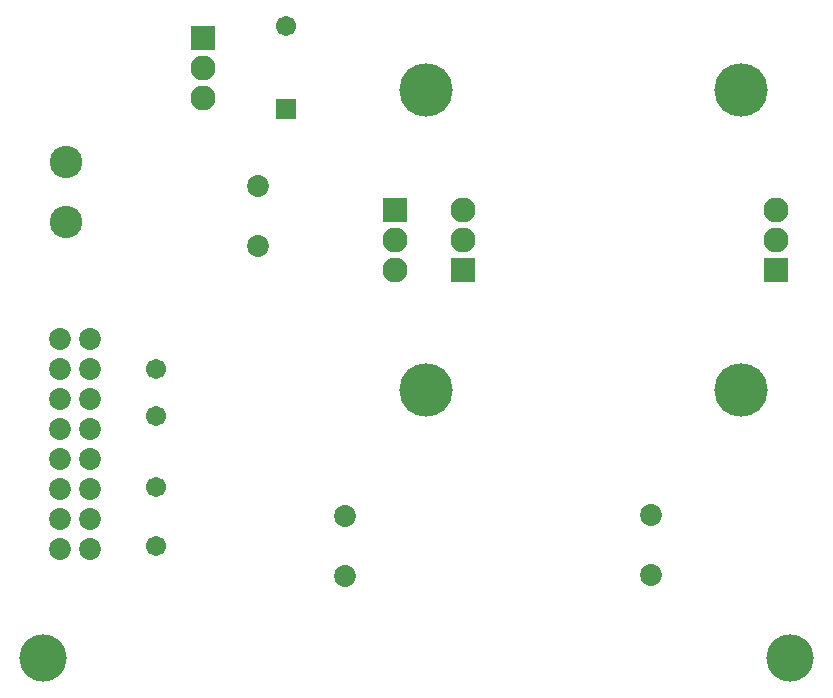
<source format=gbr>
G04 DipTrace 4.2.0.1*
G04 BottomMask.gbr*
%MOIN*%
G04 #@! TF.FileFunction,Soldermask,Bot*
G04 #@! TF.Part,Single*
%ADD29C,0.15748*%
%ADD37C,0.108031*%
%ADD41C,0.067087*%
%ADD43R,0.067087X0.067087*%
%ADD45C,0.067087*%
%ADD47C,0.072992*%
%ADD49C,0.082835*%
%ADD51R,0.082835X0.082835*%
%ADD53C,0.178031*%
%ADD55C,0.073031*%
%FSLAX26Y26*%
G04*
G70*
G90*
G75*
G01*
G04 BotMask*
%LPD*%
D55*
X585605Y1495621D3*
Y1395621D3*
Y1295621D3*
Y1195621D3*
Y1095621D3*
Y995621D3*
Y895621D3*
X685605D3*
Y995621D3*
Y1095621D3*
Y1195621D3*
Y1295621D3*
Y1395621D3*
Y1495621D3*
Y1595621D3*
X585605D3*
D29*
X529753Y532815D3*
X3016614D3*
D53*
X2853709Y2426125D3*
Y1426125D3*
D51*
X1702531Y2025457D3*
D49*
Y1925457D3*
Y1825457D3*
D51*
X2972438Y1825472D3*
D49*
Y1925472D3*
Y2025472D3*
D53*
X1804559Y2425457D3*
Y1425457D3*
D47*
X1246508Y1904924D3*
Y2104924D3*
X2553238Y807420D3*
Y1007420D3*
X1535597Y805454D3*
Y1005454D3*
D45*
X905512Y905512D3*
Y1102362D3*
Y1338583D3*
Y1496063D3*
D51*
X1062992Y2598425D3*
D49*
Y2498425D3*
Y2398425D3*
D43*
X1338583Y2362205D3*
D41*
Y2637795D3*
D37*
X603675Y1985875D3*
Y2185875D3*
D51*
X1929134Y1825472D3*
D49*
Y1925472D3*
Y2025472D3*
M02*

</source>
